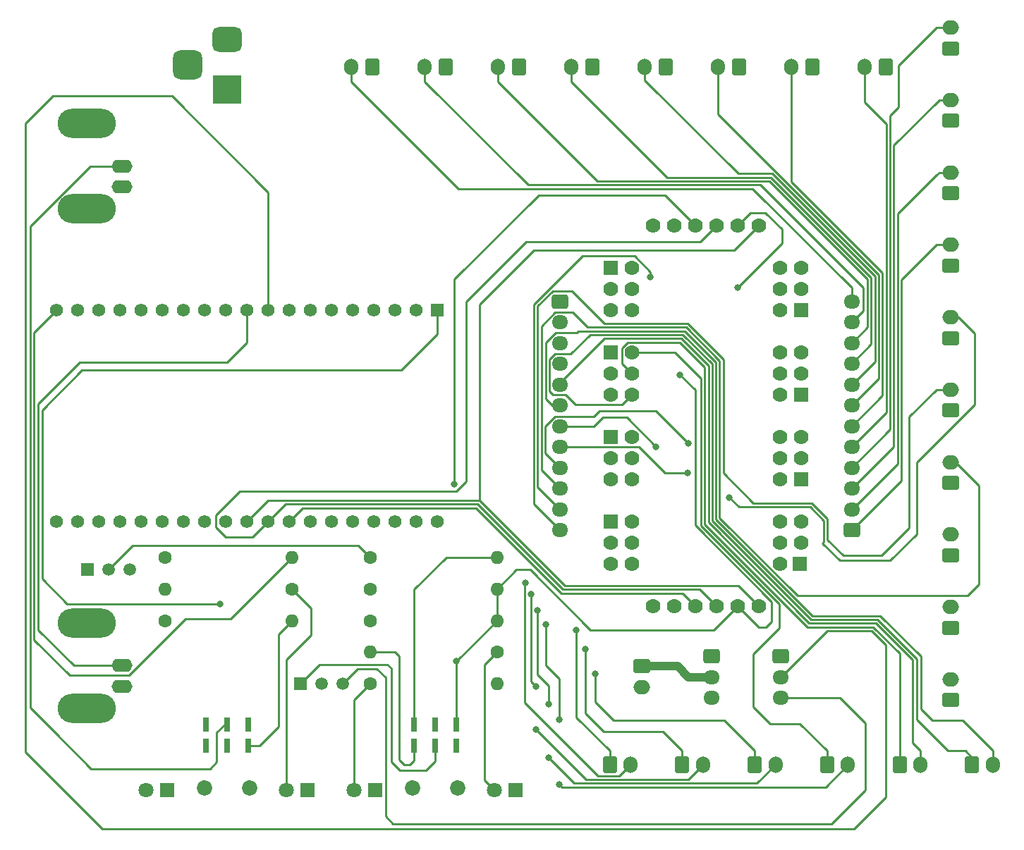
<source format=gbr>
%TF.GenerationSoftware,KiCad,Pcbnew,(6.0.4)*%
%TF.CreationDate,2023-06-02T21:22:22+02:00*%
%TF.ProjectId,LED-Zappelin-V2,4c45442d-5a61-4707-9065-6c696e2d5632,rev?*%
%TF.SameCoordinates,Original*%
%TF.FileFunction,Copper,L1,Top*%
%TF.FilePolarity,Positive*%
%FSLAX46Y46*%
G04 Gerber Fmt 4.6, Leading zero omitted, Abs format (unit mm)*
G04 Created by KiCad (PCBNEW (6.0.4)) date 2023-06-02 21:22:22*
%MOMM*%
%LPD*%
G01*
G04 APERTURE LIST*
G04 Aperture macros list*
%AMRoundRect*
0 Rectangle with rounded corners*
0 $1 Rounding radius*
0 $2 $3 $4 $5 $6 $7 $8 $9 X,Y pos of 4 corners*
0 Add a 4 corners polygon primitive as box body*
4,1,4,$2,$3,$4,$5,$6,$7,$8,$9,$2,$3,0*
0 Add four circle primitives for the rounded corners*
1,1,$1+$1,$2,$3*
1,1,$1+$1,$4,$5*
1,1,$1+$1,$6,$7*
1,1,$1+$1,$8,$9*
0 Add four rect primitives between the rounded corners*
20,1,$1+$1,$2,$3,$4,$5,0*
20,1,$1+$1,$4,$5,$6,$7,0*
20,1,$1+$1,$6,$7,$8,$9,0*
20,1,$1+$1,$8,$9,$2,$3,0*%
G04 Aperture macros list end*
%TA.AperFunction,ComponentPad*%
%ADD10R,0.750000X1.750000*%
%TD*%
%TA.AperFunction,ComponentPad*%
%ADD11C,1.850000*%
%TD*%
%TA.AperFunction,ComponentPad*%
%ADD12C,1.600000*%
%TD*%
%TA.AperFunction,ComponentPad*%
%ADD13O,1.600000X1.600000*%
%TD*%
%TA.AperFunction,ComponentPad*%
%ADD14RoundRect,0.250000X0.600000X0.750000X-0.600000X0.750000X-0.600000X-0.750000X0.600000X-0.750000X0*%
%TD*%
%TA.AperFunction,ComponentPad*%
%ADD15O,1.700000X2.000000*%
%TD*%
%TA.AperFunction,ComponentPad*%
%ADD16RoundRect,0.250000X-0.750000X0.600000X-0.750000X-0.600000X0.750000X-0.600000X0.750000X0.600000X0*%
%TD*%
%TA.AperFunction,ComponentPad*%
%ADD17O,2.000000X1.700000*%
%TD*%
%TA.AperFunction,ComponentPad*%
%ADD18R,1.500000X1.500000*%
%TD*%
%TA.AperFunction,ComponentPad*%
%ADD19C,1.500000*%
%TD*%
%TA.AperFunction,ComponentPad*%
%ADD20O,2.499360X1.600200*%
%TD*%
%TA.AperFunction,ComponentPad*%
%ADD21O,7.000240X3.500120*%
%TD*%
%TA.AperFunction,ComponentPad*%
%ADD22RoundRect,0.250000X-0.600000X-0.750000X0.600000X-0.750000X0.600000X0.750000X-0.600000X0.750000X0*%
%TD*%
%TA.AperFunction,ComponentPad*%
%ADD23RoundRect,0.250000X-0.725000X0.600000X-0.725000X-0.600000X0.725000X-0.600000X0.725000X0.600000X0*%
%TD*%
%TA.AperFunction,ComponentPad*%
%ADD24O,1.950000X1.700000*%
%TD*%
%TA.AperFunction,ComponentPad*%
%ADD25R,3.500000X3.500000*%
%TD*%
%TA.AperFunction,ComponentPad*%
%ADD26RoundRect,0.750000X-1.000000X0.750000X-1.000000X-0.750000X1.000000X-0.750000X1.000000X0.750000X0*%
%TD*%
%TA.AperFunction,ComponentPad*%
%ADD27RoundRect,0.875000X-0.875000X0.875000X-0.875000X-0.875000X0.875000X-0.875000X0.875000X0.875000X0*%
%TD*%
%TA.AperFunction,ComponentPad*%
%ADD28RoundRect,0.250000X0.750000X-0.600000X0.750000X0.600000X-0.750000X0.600000X-0.750000X-0.600000X0*%
%TD*%
%TA.AperFunction,ComponentPad*%
%ADD29RoundRect,0.250000X0.725000X-0.600000X0.725000X0.600000X-0.725000X0.600000X-0.725000X-0.600000X0*%
%TD*%
%TA.AperFunction,ComponentPad*%
%ADD30R,1.800000X1.800000*%
%TD*%
%TA.AperFunction,ComponentPad*%
%ADD31C,1.800000*%
%TD*%
%TA.AperFunction,ComponentPad*%
%ADD32R,1.560000X1.560000*%
%TD*%
%TA.AperFunction,ComponentPad*%
%ADD33C,1.560000*%
%TD*%
%TA.AperFunction,ComponentPad*%
%ADD34C,1.778000*%
%TD*%
%TA.AperFunction,ComponentPad*%
%ADD35R,1.778000X1.778000*%
%TD*%
%TA.AperFunction,ViaPad*%
%ADD36C,0.800000*%
%TD*%
%TA.AperFunction,Conductor*%
%ADD37C,0.250000*%
%TD*%
%TA.AperFunction,Conductor*%
%ADD38C,1.000000*%
%TD*%
G04 APERTURE END LIST*
D10*
%TO.P,SW2,1,A*%
%TO.N,Net-(R4-Pad2)*%
X106660000Y-129830000D03*
%TO.P,SW2,2,B*%
%TO.N,Net-(Q2-Pad2)*%
X109200000Y-129830000D03*
%TO.P,SW2,3,C*%
%TO.N,OE*%
X111740000Y-129830000D03*
%TO.P,SW2,4,A*%
%TO.N,Net-(R5-Pad2)*%
X106660000Y-132370000D03*
%TO.P,SW2,5,B*%
%TO.N,Net-(Q2-Pad1)*%
X109200000Y-132370000D03*
%TO.P,SW2,6,C*%
%TO.N,Net-(R6-Pad2)*%
X111740000Y-132370000D03*
D11*
%TO.P,SW2,7*%
%TO.N,N/C*%
X106500000Y-137450000D03*
%TO.P,SW2,8*%
X111900000Y-137450000D03*
%TD*%
D12*
%TO.P,R2,1*%
%TO.N,Net-(D2-Pad2)*%
X92020000Y-113550000D03*
D13*
%TO.P,R2,2*%
%TO.N,Net-(SW1-Pad4)*%
X76780000Y-113550000D03*
%TD*%
D14*
%TO.P,J23,1,Pin_1*%
%TO.N,TLC 23*%
X101650000Y-50850000D03*
D15*
%TO.P,J23,2,Pin_2*%
%TO.N,Net-(J23-Pad2)*%
X99150000Y-50850000D03*
%TD*%
D16*
%TO.P,J29,1,Pin_1*%
%TO.N,VCC*%
X134000000Y-122850000D03*
D17*
%TO.P,J29,2,Pin_2*%
%TO.N,GNDREF*%
X134000000Y-125350000D03*
%TD*%
D18*
%TO.P,Q1,1,E*%
%TO.N,GNDREF*%
X67450000Y-111200000D03*
D19*
%TO.P,Q1,2,B*%
%TO.N,Net-(Q1-Pad2)*%
X69990000Y-111200000D03*
%TO.P,Q1,3,C*%
%TO.N,OE*%
X72530000Y-111200000D03*
%TD*%
D12*
%TO.P,R1,1*%
%TO.N,Net-(D1-Pad2)*%
X76780000Y-117350000D03*
D13*
%TO.P,R1,2*%
%TO.N,Net-(SW1-Pad6)*%
X92020000Y-117350000D03*
%TD*%
D20*
%TO.P,J24,1,In*%
%TO.N,Trigger*%
X71601260Y-122750000D03*
D21*
%TO.P,J24,2,Ext*%
%TO.N,GNDREF*%
X67336600Y-127847780D03*
D20*
X71601260Y-125249360D03*
D21*
X67336600Y-117649680D03*
%TD*%
D20*
%TO.P,J25,1,In*%
%TO.N,Net-(SW1-Pad2)*%
X71601260Y-62750000D03*
D21*
%TO.P,J25,2,Ext*%
%TO.N,GNDREF*%
X67336600Y-57649680D03*
D20*
X71601260Y-65249360D03*
D21*
X67336600Y-67847780D03*
%TD*%
D18*
%TO.P,Q2,1,E*%
%TO.N,Net-(Q2-Pad1)*%
X93000000Y-124900000D03*
D19*
%TO.P,Q2,2,B*%
%TO.N,Net-(Q2-Pad2)*%
X95540000Y-124900000D03*
%TO.P,Q2,3,C*%
%TO.N,3.3V*%
X98080000Y-124900000D03*
%TD*%
D14*
%TO.P,J17,1,Pin_1*%
%TO.N,TLC 17*%
X154450000Y-50850000D03*
D15*
%TO.P,J17,2,Pin_2*%
%TO.N,Net-(J17-Pad2)*%
X151950000Y-50850000D03*
%TD*%
D22*
%TO.P,J3,1,Pin_1*%
%TO.N,TLC 03*%
X156250000Y-134650000D03*
D15*
%TO.P,J3,2,Pin_2*%
%TO.N,Net-(J27-Pad4)*%
X158750000Y-134650000D03*
%TD*%
D23*
%TO.P,SW3,1,1*%
%TO.N,Net-(J30-Pad1)*%
X142400000Y-121650000D03*
D24*
%TO.P,SW3,2,2*%
%TO.N,VCC*%
X142400000Y-124150000D03*
%TO.P,SW3,3,K*%
%TO.N,GNDREF*%
X142400000Y-126650000D03*
%TD*%
D14*
%TO.P,J22,1,Pin_1*%
%TO.N,TLC 22*%
X110450000Y-50850000D03*
D15*
%TO.P,J22,2,Pin_2*%
%TO.N,Net-(J22-Pad2)*%
X107950000Y-50850000D03*
%TD*%
D25*
%TO.P,J30,1*%
%TO.N,Net-(J30-Pad1)*%
X84200000Y-53550000D03*
D26*
%TO.P,J30,2*%
%TO.N,GNDREF*%
X84200000Y-47550000D03*
D27*
%TO.P,J30,3*%
X79500000Y-50550000D03*
%TD*%
D28*
%TO.P,J7,1,Pin_1*%
%TO.N,TLC 07*%
X171100000Y-118200000D03*
D17*
%TO.P,J7,2,Pin_2*%
%TO.N,Net-(J27-Pad8)*%
X171100000Y-115700000D03*
%TD*%
D28*
%TO.P,J10,1,Pin_1*%
%TO.N,TLC 10*%
X171100000Y-92100000D03*
D17*
%TO.P,J10,2,Pin_2*%
%TO.N,Net-(J10-Pad2)*%
X171100000Y-89600000D03*
%TD*%
D22*
%TO.P,J1,1,Pin_1*%
%TO.N,TLC 01*%
X138850000Y-134650000D03*
D15*
%TO.P,J1,2,Pin_2*%
%TO.N,Net-(J1-Pad2)*%
X141350000Y-134650000D03*
%TD*%
D28*
%TO.P,J15,1,Pin_1*%
%TO.N,TLC 15*%
X171100000Y-48600000D03*
D17*
%TO.P,J15,2,Pin_2*%
%TO.N,Net-(J15-Pad2)*%
X171100000Y-46100000D03*
%TD*%
D22*
%TO.P,J2,1,Pin_1*%
%TO.N,TLC 02*%
X147550000Y-134650000D03*
D15*
%TO.P,J2,2,Pin_2*%
%TO.N,Net-(J2-Pad2)*%
X150050000Y-134650000D03*
%TD*%
D10*
%TO.P,SW1,1,A*%
%TO.N,unconnected-(SW1-Pad1)*%
X81660000Y-129830000D03*
%TO.P,SW1,2,B*%
%TO.N,Net-(SW1-Pad2)*%
X84200000Y-129830000D03*
%TO.P,SW1,3,C*%
%TO.N,Net-(Q2-Pad2)*%
X86740000Y-129830000D03*
%TO.P,SW1,4,A*%
%TO.N,Net-(SW1-Pad4)*%
X81660000Y-132370000D03*
%TO.P,SW1,5,B*%
%TO.N,3.3V*%
X84200000Y-132370000D03*
%TO.P,SW1,6,C*%
%TO.N,Net-(SW1-Pad6)*%
X86740000Y-132370000D03*
D11*
%TO.P,SW1,7*%
%TO.N,N/C*%
X81500000Y-137450000D03*
%TO.P,SW1,8*%
X86900000Y-137450000D03*
%TD*%
D28*
%TO.P,J6,1,Pin_1*%
%TO.N,TLC 06*%
X171100000Y-126900000D03*
D17*
%TO.P,J6,2,Pin_2*%
%TO.N,Net-(J27-Pad7)*%
X171100000Y-124400000D03*
%TD*%
D14*
%TO.P,J18,1,Pin_1*%
%TO.N,TLC 18*%
X145650000Y-50850000D03*
D15*
%TO.P,J18,2,Pin_2*%
%TO.N,Net-(J18-Pad2)*%
X143150000Y-50850000D03*
%TD*%
D22*
%TO.P,J5,1,Pin_1*%
%TO.N,TLC 05*%
X173650000Y-134650000D03*
D15*
%TO.P,J5,2,Pin_2*%
%TO.N,Net-(J27-Pad6)*%
X176150000Y-134650000D03*
%TD*%
D29*
%TO.P,J28,1,Pin_1*%
%TO.N,Net-(J12-Pad2)*%
X159200000Y-106500000D03*
D24*
%TO.P,J28,2,Pin_2*%
%TO.N,Net-(J13-Pad2)*%
X159200000Y-104000000D03*
%TO.P,J28,3,Pin_3*%
%TO.N,Net-(J14-Pad2)*%
X159200000Y-101500000D03*
%TO.P,J28,4,Pin_4*%
%TO.N,Net-(J15-Pad2)*%
X159200000Y-99000000D03*
%TO.P,J28,5,Pin_5*%
%TO.N,Net-(J16-Pad2)*%
X159200000Y-96500000D03*
%TO.P,J28,6,Pin_6*%
%TO.N,Net-(J17-Pad2)*%
X159200000Y-94000000D03*
%TO.P,J28,7,Pin_7*%
%TO.N,Net-(J18-Pad2)*%
X159200000Y-91500000D03*
%TO.P,J28,8,Pin_8*%
%TO.N,Net-(J19-Pad2)*%
X159200000Y-89000000D03*
%TO.P,J28,9,Pin_9*%
%TO.N,Net-(J20-Pad2)*%
X159200000Y-86500000D03*
%TO.P,J28,10,Pin_10*%
%TO.N,Net-(J21-Pad2)*%
X159200000Y-84000000D03*
%TO.P,J28,11,Pin_11*%
%TO.N,Net-(J22-Pad2)*%
X159200000Y-81500000D03*
%TO.P,J28,12,Pin_12*%
%TO.N,Net-(J23-Pad2)*%
X159200000Y-79000000D03*
%TD*%
D22*
%TO.P,J0,1,Pin_1*%
%TO.N,TLC 00*%
X130150000Y-134650000D03*
D15*
%TO.P,J0,2,Pin_2*%
%TO.N,Net-(J0-Pad2)*%
X132650000Y-134650000D03*
%TD*%
D14*
%TO.P,J16,1,Pin_1*%
%TO.N,TLC 16*%
X163250000Y-50850000D03*
D15*
%TO.P,J16,2,Pin_2*%
%TO.N,Net-(J16-Pad2)*%
X160750000Y-50850000D03*
%TD*%
D30*
%TO.P,D1,1,K*%
%TO.N,GNDREF*%
X77000000Y-137750000D03*
D31*
%TO.P,D1,2,A*%
%TO.N,Net-(D1-Pad2)*%
X74460000Y-137750000D03*
%TD*%
D12*
%TO.P,R7,1*%
%TO.N,Net-(R7-Pad1)*%
X101380000Y-113550000D03*
D13*
%TO.P,R7,2*%
%TO.N,OE*%
X116620000Y-113550000D03*
%TD*%
D28*
%TO.P,J11,1,Pin_1*%
%TO.N,TLC 11*%
X171100000Y-83400000D03*
D17*
%TO.P,J11,2,Pin_2*%
%TO.N,Net-(J11-Pad2)*%
X171100000Y-80900000D03*
%TD*%
D32*
%TO.P,U1,1,3V3*%
%TO.N,3.3V*%
X109460000Y-80050000D03*
D33*
%TO.P,U1,2,EN*%
%TO.N,unconnected-(U1-Pad2)*%
X106920000Y-80050000D03*
%TO.P,U1,3,SENSOR_VP*%
%TO.N,unconnected-(U1-Pad3)*%
X104380000Y-80050000D03*
%TO.P,U1,4,SENSOR_VN*%
%TO.N,unconnected-(U1-Pad4)*%
X101840000Y-80050000D03*
%TO.P,U1,5,IO34*%
%TO.N,unconnected-(U1-Pad5)*%
X99300000Y-80050000D03*
%TO.P,U1,6,IO35*%
%TO.N,unconnected-(U1-Pad6)*%
X96760000Y-80050000D03*
%TO.P,U1,7,IO32*%
%TO.N,unconnected-(U1-Pad7)*%
X94220000Y-80050000D03*
%TO.P,U1,8,IO33*%
%TO.N,unconnected-(U1-Pad8)*%
X91680000Y-80050000D03*
%TO.P,U1,9,IO25*%
%TO.N,NeoPixel*%
X89140000Y-80050000D03*
%TO.P,U1,10,IO26*%
%TO.N,Trigger*%
X86600000Y-80050000D03*
%TO.P,U1,11,IO27*%
%TO.N,unconnected-(U1-Pad11)*%
X84060000Y-80050000D03*
%TO.P,U1,12,IO14*%
%TO.N,unconnected-(U1-Pad12)*%
X81520000Y-80050000D03*
%TO.P,U1,13,IO12*%
%TO.N,unconnected-(U1-Pad13)*%
X78980000Y-80050000D03*
%TO.P,U1,14,GND1*%
%TO.N,GNDREF*%
X76440000Y-80050000D03*
%TO.P,U1,15,IO13*%
%TO.N,unconnected-(U1-Pad15)*%
X73900000Y-80050000D03*
%TO.P,U1,16,SD2*%
%TO.N,unconnected-(U1-Pad16)*%
X71360000Y-80050000D03*
%TO.P,U1,17,SD3*%
%TO.N,unconnected-(U1-Pad17)*%
X68820000Y-80050000D03*
%TO.P,U1,18,CMD*%
%TO.N,unconnected-(U1-Pad18)*%
X66280000Y-80050000D03*
%TO.P,U1,19,EXT_5V*%
%TO.N,5V*%
X63740000Y-80050000D03*
%TO.P,U1,20,GND3*%
%TO.N,GNDREF*%
X109460000Y-105450000D03*
%TO.P,U1,21,IO23*%
%TO.N,MOSI*%
X106920000Y-105450000D03*
%TO.P,U1,22,IO22*%
%TO.N,unconnected-(U1-Pad22)*%
X104380000Y-105450000D03*
%TO.P,U1,23,TXD0*%
%TO.N,unconnected-(U1-Pad23)*%
X101840000Y-105450000D03*
%TO.P,U1,24,RXD0*%
%TO.N,unconnected-(U1-Pad24)*%
X99300000Y-105450000D03*
%TO.P,U1,25,IO21*%
%TO.N,unconnected-(U1-Pad25)*%
X96760000Y-105450000D03*
%TO.P,U1,26,GND2*%
%TO.N,GNDREF*%
X94220000Y-105450000D03*
%TO.P,U1,27,IO19*%
%TO.N,MISO*%
X91680000Y-105450000D03*
%TO.P,U1,28,IO18*%
%TO.N,CLK*%
X89140000Y-105450000D03*
%TO.P,U1,29,IO5*%
%TO.N,Latch*%
X86600000Y-105450000D03*
%TO.P,U1,30,IO17*%
%TO.N,Net-(R7-Pad1)*%
X84060000Y-105450000D03*
%TO.P,U1,31,IO16*%
%TO.N,unconnected-(U1-Pad31)*%
X81520000Y-105450000D03*
%TO.P,U1,32,IO4*%
%TO.N,unconnected-(U1-Pad32)*%
X78980000Y-105450000D03*
%TO.P,U1,33,IO0*%
%TO.N,unconnected-(U1-Pad33)*%
X76440000Y-105450000D03*
%TO.P,U1,34,IO2*%
%TO.N,unconnected-(U1-Pad34)*%
X73900000Y-105450000D03*
%TO.P,U1,35,IO15*%
%TO.N,unconnected-(U1-Pad35)*%
X71360000Y-105450000D03*
%TO.P,U1,36,SD1*%
%TO.N,unconnected-(U1-Pad36)*%
X68820000Y-105450000D03*
%TO.P,U1,37,SD0*%
%TO.N,unconnected-(U1-Pad37)*%
X66280000Y-105450000D03*
%TO.P,U1,38,CLK*%
%TO.N,unconnected-(U1-Pad38)*%
X63740000Y-105450000D03*
%TD*%
D28*
%TO.P,J12,1,Pin_1*%
%TO.N,TLC 12*%
X171100000Y-74700000D03*
D17*
%TO.P,J12,2,Pin_2*%
%TO.N,Net-(J12-Pad2)*%
X171100000Y-72200000D03*
%TD*%
D14*
%TO.P,J20,1,Pin_1*%
%TO.N,TLC 20*%
X128050000Y-50850000D03*
D15*
%TO.P,J20,2,Pin_2*%
%TO.N,Net-(J20-Pad2)*%
X125550000Y-50850000D03*
%TD*%
D12*
%TO.P,R3,1*%
%TO.N,OE*%
X76800000Y-109750000D03*
D13*
%TO.P,R3,2*%
%TO.N,5V*%
X92040000Y-109750000D03*
%TD*%
D12*
%TO.P,R6,1*%
%TO.N,Net-(D4-Pad2)*%
X101380000Y-124950000D03*
D13*
%TO.P,R6,2*%
%TO.N,Net-(R6-Pad2)*%
X116620000Y-124950000D03*
%TD*%
D30*
%TO.P,D2,1,K*%
%TO.N,GNDREF*%
X93875000Y-137750000D03*
D31*
%TO.P,D2,2,A*%
%TO.N,Net-(D2-Pad2)*%
X91335000Y-137750000D03*
%TD*%
D28*
%TO.P,J9,1,Pin_1*%
%TO.N,TLC 09*%
X171100000Y-100800000D03*
D17*
%TO.P,J9,2,Pin_2*%
%TO.N,Net-(J27-Pad10)*%
X171100000Y-98300000D03*
%TD*%
D14*
%TO.P,J19,1,Pin_1*%
%TO.N,TLC 19*%
X136850000Y-50850000D03*
D15*
%TO.P,J19,2,Pin_2*%
%TO.N,Net-(J19-Pad2)*%
X134350000Y-50850000D03*
%TD*%
D30*
%TO.P,D4,1,K*%
%TO.N,GNDREF*%
X102000000Y-137750000D03*
D31*
%TO.P,D4,2,A*%
%TO.N,Net-(D4-Pad2)*%
X99460000Y-137750000D03*
%TD*%
D14*
%TO.P,J21,1,Pin_1*%
%TO.N,TLC 21*%
X119250000Y-50850000D03*
D15*
%TO.P,J21,2,Pin_2*%
%TO.N,Net-(J21-Pad2)*%
X116750000Y-50850000D03*
%TD*%
D23*
%TO.P,J27,1,Pin_1*%
%TO.N,Net-(J0-Pad2)*%
X124200000Y-79000000D03*
D24*
%TO.P,J27,2,Pin_2*%
%TO.N,Net-(J1-Pad2)*%
X124200000Y-81500000D03*
%TO.P,J27,3,Pin_3*%
%TO.N,Net-(J2-Pad2)*%
X124200000Y-84000000D03*
%TO.P,J27,4,Pin_4*%
%TO.N,Net-(J27-Pad4)*%
X124200000Y-86500000D03*
%TO.P,J27,5,Pin_5*%
%TO.N,Net-(J27-Pad5)*%
X124200000Y-89000000D03*
%TO.P,J27,6,Pin_6*%
%TO.N,Net-(J27-Pad6)*%
X124200000Y-91500000D03*
%TO.P,J27,7,Pin_7*%
%TO.N,Net-(J27-Pad7)*%
X124200000Y-94000000D03*
%TO.P,J27,8,Pin_8*%
%TO.N,Net-(J27-Pad8)*%
X124200000Y-96500000D03*
%TO.P,J27,9,Pin_9*%
%TO.N,Net-(J27-Pad9)*%
X124200000Y-99000000D03*
%TO.P,J27,10,Pin_10*%
%TO.N,Net-(J27-Pad10)*%
X124200000Y-101500000D03*
%TO.P,J27,11,Pin_11*%
%TO.N,Net-(J10-Pad2)*%
X124200000Y-104000000D03*
%TO.P,J27,12,Pin_12*%
%TO.N,Net-(J11-Pad2)*%
X124200000Y-106500000D03*
%TD*%
D12*
%TO.P,R4,1*%
%TO.N,Net-(Q1-Pad2)*%
X101380000Y-109750000D03*
D13*
%TO.P,R4,2*%
%TO.N,Net-(R4-Pad2)*%
X116620000Y-109750000D03*
%TD*%
D28*
%TO.P,J13,1,Pin_1*%
%TO.N,TLC 13*%
X171100000Y-66000000D03*
D17*
%TO.P,J13,2,Pin_2*%
%TO.N,Net-(J13-Pad2)*%
X171100000Y-63500000D03*
%TD*%
D23*
%TO.P,J26,1,Pin_1*%
%TO.N,GNDREF*%
X150700000Y-121650000D03*
D24*
%TO.P,J26,2,Pin_2*%
%TO.N,NeoPixel*%
X150700000Y-124150000D03*
%TO.P,J26,3,Pin_3*%
%TO.N,3.3V*%
X150700000Y-126650000D03*
%TD*%
D34*
%TO.P,U2,1,GND*%
%TO.N,GNDREF*%
X137890000Y-115610000D03*
X137880000Y-69890000D03*
%TO.P,U2,2,BLANK*%
%TO.N,OE*%
X145510000Y-115610000D03*
X145510000Y-69890000D03*
%TO.P,U2,3,SCLK*%
%TO.N,CLK*%
X142970000Y-115610000D03*
X142970000Y-69890000D03*
%TO.P,U2,4,SIN*%
%TO.N,MOSI*%
X140430000Y-69890000D03*
%TO.P,U2,5,OUT0*%
%TO.N,TLC 00*%
X132810000Y-74970000D03*
%TO.P,U2,6,OUT1*%
%TO.N,TLC 01*%
X132810000Y-77510000D03*
%TO.P,U2,7,OUT2*%
%TO.N,TLC 02*%
X132810000Y-80050000D03*
%TO.P,U2,8,OUT3*%
%TO.N,TLC 03*%
X132810000Y-85130000D03*
%TO.P,U2,9,OUT4*%
%TO.N,TLC 04*%
X132810000Y-87670000D03*
%TO.P,U2,10,OUT5*%
%TO.N,TLC 05*%
X132810000Y-90210000D03*
%TO.P,U2,11,OUT6*%
%TO.N,TLC 06*%
X132810000Y-95290000D03*
%TO.P,U2,12,OUT7*%
%TO.N,TLC 07*%
X132810000Y-97830000D03*
%TO.P,U2,13,OUT8*%
%TO.N,TLC 08*%
X132810000Y-100370000D03*
%TO.P,U2,14,OUT9*%
%TO.N,TLC 09*%
X132810000Y-105450000D03*
%TO.P,U2,15,OUT10*%
%TO.N,TLC 10*%
X132810000Y-107990000D03*
%TO.P,U2,16,OUT11*%
%TO.N,TLC 11*%
X132810000Y-110530000D03*
%TO.P,U2,17,OUT12*%
%TO.N,TLC 12*%
X150590000Y-110530000D03*
%TO.P,U2,18,OUT13*%
%TO.N,TLC 13*%
X150590000Y-107990000D03*
%TO.P,U2,19,OUT14*%
%TO.N,TLC 14*%
X150590000Y-105450000D03*
%TO.P,U2,20,OUT15*%
%TO.N,TLC 15*%
X150590000Y-100370000D03*
%TO.P,U2,21,OUT16*%
%TO.N,TLC 16*%
X150590000Y-97830000D03*
%TO.P,U2,22,OUT17*%
%TO.N,TLC 17*%
X150590000Y-95290000D03*
%TO.P,U2,23,OUT18*%
%TO.N,TLC 18*%
X150590000Y-90210000D03*
%TO.P,U2,24,OUT19*%
%TO.N,TLC 19*%
X150590000Y-87670000D03*
%TO.P,U2,25,OUT20*%
%TO.N,TLC 20*%
X150590000Y-85130000D03*
%TO.P,U2,26,OUT21*%
%TO.N,TLC 21*%
X150590000Y-80050000D03*
%TO.P,U2,27,OUT22*%
%TO.N,TLC 22*%
X150590000Y-77510000D03*
%TO.P,U2,28,OUT23*%
%TO.N,TLC 23*%
X150590000Y-74970000D03*
%TO.P,U2,29,SOUT*%
%TO.N,MISO*%
X140430000Y-115610000D03*
%TO.P,U2,30,XLAT*%
%TO.N,Latch*%
X148050000Y-69890000D03*
X148050000Y-115610000D03*
%TO.P,U2,32,VCC*%
%TO.N,VCC*%
X130270000Y-110530000D03*
D35*
X130270000Y-95290000D03*
D34*
X153130000Y-87670000D03*
X130270000Y-100370000D03*
D35*
X153130000Y-80050000D03*
D34*
X153130000Y-95290000D03*
X130270000Y-90210000D03*
X153130000Y-97830000D03*
X153130000Y-74970000D03*
D35*
X153130000Y-100370000D03*
D34*
X135350000Y-115610000D03*
D35*
X153130000Y-90210000D03*
D34*
X153130000Y-105450000D03*
X130270000Y-107990000D03*
D35*
X153000000Y-110530000D03*
D34*
X153130000Y-107990000D03*
X130270000Y-77510000D03*
X130270000Y-80050000D03*
X153130000Y-85130000D03*
D35*
X130270000Y-85130000D03*
D34*
X135360000Y-69890000D03*
D35*
X130270000Y-105450000D03*
D34*
X153130000Y-77510000D03*
X130270000Y-87670000D03*
X130270000Y-97830000D03*
D35*
X130270000Y-74970000D03*
%TD*%
D12*
%TO.P,R8,1*%
%TO.N,GNDREF*%
X101380000Y-117350000D03*
D13*
%TO.P,R8,2*%
%TO.N,OE*%
X116620000Y-117350000D03*
%TD*%
D28*
%TO.P,J14,1,Pin_1*%
%TO.N,TLC 14*%
X171100000Y-57300000D03*
D17*
%TO.P,J14,2,Pin_2*%
%TO.N,Net-(J14-Pad2)*%
X171100000Y-54800000D03*
%TD*%
D22*
%TO.P,J4,1,Pin_1*%
%TO.N,TLC 04*%
X164950000Y-134650000D03*
D15*
%TO.P,J4,2,Pin_2*%
%TO.N,Net-(J27-Pad5)*%
X167450000Y-134650000D03*
%TD*%
D28*
%TO.P,J8,1,Pin_1*%
%TO.N,TLC 08*%
X171100000Y-109500000D03*
D17*
%TO.P,J8,2,Pin_2*%
%TO.N,Net-(J27-Pad9)*%
X171100000Y-107000000D03*
%TD*%
D12*
%TO.P,R5,1*%
%TO.N,Net-(D3-Pad2)*%
X116600000Y-121150000D03*
D13*
%TO.P,R5,2*%
%TO.N,Net-(R5-Pad2)*%
X101360000Y-121150000D03*
%TD*%
D30*
%TO.P,D3,1,K*%
%TO.N,GNDREF*%
X118875000Y-137750000D03*
D31*
%TO.P,D3,2,A*%
%TO.N,Net-(D3-Pad2)*%
X116335000Y-137750000D03*
%TD*%
D36*
%TO.N,TLC 00*%
X126100000Y-118450000D03*
%TO.N,TLC 01*%
X127200000Y-120750000D03*
%TO.N,TLC 02*%
X128400000Y-123750000D03*
%TO.N,Net-(J27-Pad4)*%
X122500000Y-117850000D03*
X124100000Y-129250000D03*
X124100000Y-137050000D03*
%TO.N,Net-(J27-Pad7)*%
X135700000Y-96450000D03*
%TO.N,Net-(J27-Pad8)*%
X139500000Y-99650000D03*
%TO.N,Net-(J27-Pad9)*%
X139600000Y-96050000D03*
%TO.N,3.3V*%
X83400000Y-115350000D03*
%TO.N,Net-(J0-Pad2)*%
X120000000Y-112850000D03*
%TO.N,OE*%
X138600000Y-87850000D03*
X111760000Y-122210000D03*
X145500000Y-77350000D03*
%TO.N,Net-(J1-Pad2)*%
X121300000Y-130450000D03*
X120700000Y-114150000D03*
X121300000Y-125250000D03*
%TO.N,Net-(J2-Pad2)*%
X122800000Y-133850000D03*
X122800000Y-127350000D03*
X121500000Y-116150000D03*
%TO.N,Net-(J11-Pad2)*%
X135000000Y-76050000D03*
X144500000Y-102550000D03*
%TO.N,MOSI*%
X111500000Y-100950000D03*
%TD*%
D37*
%TO.N,Net-(D2-Pad2)*%
X94300000Y-115830000D02*
X94300000Y-119070000D01*
X92020000Y-113550000D02*
X94300000Y-115830000D01*
X91335000Y-137750000D02*
X91335000Y-122035000D01*
X91335000Y-122035000D02*
X94300000Y-119070000D01*
%TO.N,Net-(D3-Pad2)*%
X116600000Y-121150000D02*
X115100000Y-122650000D01*
X115100000Y-136515000D02*
X115100000Y-136150000D01*
X116335000Y-137750000D02*
X115100000Y-136515000D01*
X115100000Y-122650000D02*
X115100000Y-136150000D01*
%TO.N,Net-(D4-Pad2)*%
X99460000Y-137750000D02*
X99460000Y-126870000D01*
X99460000Y-126870000D02*
X101380000Y-124950000D01*
%TO.N,TLC 00*%
X126100000Y-128950000D02*
X130150000Y-133000000D01*
X126100000Y-118450000D02*
X126100000Y-128950000D01*
X130150000Y-133000000D02*
X130150000Y-134650000D01*
%TO.N,TLC 01*%
X127200000Y-128450000D02*
X127200000Y-120750000D01*
X129400000Y-130650000D02*
X127200000Y-128450000D01*
X136500000Y-130650000D02*
X138850000Y-133000000D01*
X138850000Y-133000000D02*
X138850000Y-134650000D01*
X136500000Y-130650000D02*
X129400000Y-130650000D01*
%TO.N,TLC 02*%
X143900000Y-129350000D02*
X147550000Y-133000000D01*
X128400000Y-123750000D02*
X128400000Y-127150000D01*
X128400000Y-127150000D02*
X130600000Y-129350000D01*
X147550000Y-133000000D02*
X147550000Y-134650000D01*
X130600000Y-129350000D02*
X143900000Y-129350000D01*
%TO.N,TLC 03*%
X137980000Y-85130000D02*
X132810000Y-85130000D01*
X150500000Y-115350000D02*
X141100000Y-105950000D01*
X141100000Y-105950000D02*
X141100000Y-88250000D01*
X147400000Y-121350000D02*
X150500000Y-118250000D01*
X147400000Y-127750000D02*
X147400000Y-121350000D01*
X153000000Y-129750000D02*
X156250000Y-133000000D01*
X153000000Y-129750000D02*
X149400000Y-129750000D01*
X149400000Y-129750000D02*
X147400000Y-127750000D01*
X150500000Y-118250000D02*
X150500000Y-115350000D01*
X141100000Y-88250000D02*
X137980000Y-85130000D01*
X156250000Y-133000000D02*
X156250000Y-134650000D01*
%TO.N,Net-(J27-Pad4)*%
X124100000Y-137050000D02*
X124400000Y-137350000D01*
X124400000Y-137350000D02*
X156050000Y-137350000D01*
X124100000Y-129250000D02*
X124100000Y-124350000D01*
X122500000Y-122750000D02*
X122500000Y-117850000D01*
X156050000Y-137350000D02*
X158750000Y-134650000D01*
X124100000Y-124350000D02*
X122500000Y-122750000D01*
%TO.N,TLC 04*%
X141549520Y-105763802D02*
X153912843Y-118127124D01*
X132810000Y-87670000D02*
X131596489Y-86456489D01*
X138566489Y-83916489D02*
X141549520Y-86899520D01*
X131596489Y-84627346D02*
X132307346Y-83916489D01*
X141549520Y-86899520D02*
X141549520Y-105763802D01*
X153912843Y-118127124D02*
X161800000Y-118127124D01*
X132307346Y-83916489D02*
X138566489Y-83916489D01*
X161800000Y-118127124D02*
X164950000Y-121277124D01*
X164950000Y-121277124D02*
X164950000Y-134650000D01*
X131596489Y-86456489D02*
X131596489Y-84627346D01*
%TO.N,Net-(J27-Pad5)*%
X129506009Y-83466969D02*
X138752687Y-83466969D01*
X141999040Y-86713322D02*
X141999040Y-105577604D01*
X166500000Y-122085718D02*
X166500000Y-132050000D01*
X154099040Y-117677604D02*
X162091886Y-117677604D01*
X166500000Y-132050000D02*
X167450000Y-133000000D01*
X162091886Y-117677604D02*
X166500000Y-122085718D01*
X167450000Y-133000000D02*
X167450000Y-134650000D01*
X124200000Y-88772978D02*
X129506009Y-83466969D01*
X124200000Y-89000000D02*
X124200000Y-88772978D01*
X138752687Y-83466969D02*
X141999040Y-86713322D01*
X141999040Y-105577604D02*
X154099040Y-117677604D01*
%TO.N,TLC 05*%
X125475480Y-85325480D02*
X123588498Y-85325480D01*
X122900480Y-89750480D02*
X123324520Y-90174520D01*
X162278084Y-117228084D02*
X154285238Y-117228084D01*
X131596489Y-91423511D02*
X132810000Y-90210000D01*
X167000000Y-129250000D02*
X167000000Y-121950000D01*
X138938885Y-83017449D02*
X127783511Y-83017449D01*
X124824520Y-90174520D02*
X126073511Y-91423511D01*
X170750000Y-133000000D02*
X167000000Y-129250000D01*
X154285238Y-117228084D02*
X142448560Y-105391406D01*
X173650000Y-134650000D02*
X173650000Y-133800000D01*
X126073511Y-91423511D02*
X131596489Y-91423511D01*
X167000000Y-121950000D02*
X162278084Y-117228084D01*
X142448560Y-105391406D02*
X142448560Y-86527124D01*
X127783511Y-83017449D02*
X125475480Y-85325480D01*
X123588498Y-85325480D02*
X122900480Y-86013498D01*
X122900480Y-86013498D02*
X122900480Y-89750480D01*
X172850000Y-133000000D02*
X170750000Y-133000000D01*
X173650000Y-133800000D02*
X172850000Y-133000000D01*
X142448560Y-86527124D02*
X138938885Y-83017449D01*
X123324520Y-90174520D02*
X124824520Y-90174520D01*
%TO.N,Net-(J27-Pad6)*%
X139125083Y-82567929D02*
X142898080Y-86340927D01*
X123225000Y-91500000D02*
X122450960Y-90725960D01*
X167500000Y-127950000D02*
X168900000Y-129350000D01*
X126382071Y-82567929D02*
X139125083Y-82567929D01*
X122450960Y-83963018D02*
X123663978Y-82750000D01*
X122450960Y-90725960D02*
X122450960Y-83963018D01*
X154471436Y-116778564D02*
X162628564Y-116778564D01*
X162628564Y-116778564D02*
X167500000Y-121650000D01*
X172500000Y-129350000D02*
X176150000Y-133000000D01*
X176150000Y-134650000D02*
X176150000Y-133000000D01*
X168900000Y-129350000D02*
X172500000Y-129350000D01*
X123663978Y-82750000D02*
X126200000Y-82750000D01*
X124200000Y-91500000D02*
X123225000Y-91500000D01*
X126200000Y-82750000D02*
X126382071Y-82567929D01*
X142898080Y-86340927D02*
X142898080Y-105205208D01*
X167500000Y-121650000D02*
X167500000Y-127950000D01*
X142898080Y-105205208D02*
X154471436Y-116778564D01*
%TO.N,Net-(J27-Pad7)*%
X129300000Y-92950000D02*
X132200000Y-92950000D01*
X132200000Y-92950000D02*
X135700000Y-96450000D01*
X124200000Y-94000000D02*
X128250000Y-94000000D01*
X128250000Y-94000000D02*
X129300000Y-92950000D01*
%TO.N,Net-(J27-Pad8)*%
X136800000Y-99650000D02*
X133653511Y-96503511D01*
X124203511Y-96503511D02*
X124200000Y-96500000D01*
X133653511Y-96503511D02*
X124203511Y-96503511D01*
X139500000Y-99650000D02*
X136800000Y-99650000D01*
%TO.N,Net-(J27-Pad9)*%
X122400000Y-94013978D02*
X123588498Y-92825480D01*
X135700000Y-92150000D02*
X139600000Y-96050000D01*
X128224520Y-92825480D02*
X128900000Y-92150000D01*
X128900000Y-92150000D02*
X135700000Y-92150000D01*
X122400000Y-97200000D02*
X122400000Y-94013978D01*
X123588498Y-92825480D02*
X128224520Y-92825480D01*
X124200000Y-99000000D02*
X122400000Y-97200000D01*
%TO.N,Net-(J27-Pad10)*%
X143347600Y-86154730D02*
X143347600Y-105019010D01*
X171650000Y-98300000D02*
X171100000Y-98300000D01*
X124200000Y-101500000D02*
X121950480Y-99250480D01*
X121950480Y-99250480D02*
X121950480Y-81963498D01*
X174500000Y-101150000D02*
X171650000Y-98300000D01*
X123588498Y-80325480D02*
X125675480Y-80325480D01*
X139311281Y-82118409D02*
X143347600Y-86154730D01*
X127468409Y-82118409D02*
X139311281Y-82118409D01*
X174500000Y-112950000D02*
X174500000Y-101150000D01*
X173100000Y-114350000D02*
X174500000Y-112950000D01*
X125675480Y-80325480D02*
X127468409Y-82118409D01*
X152678590Y-114350000D02*
X173100000Y-114350000D01*
X121950480Y-81963498D02*
X123588498Y-80325480D01*
X143347600Y-105019010D02*
X152678590Y-114350000D01*
%TO.N,Net-(J18-Pad2)*%
X159200000Y-91500000D02*
X162449520Y-88250480D01*
X162449520Y-88250480D02*
X162449520Y-75792367D01*
X162449520Y-75792367D02*
X143150000Y-56492847D01*
X143150000Y-56492847D02*
X143150000Y-50850000D01*
%TO.N,Trigger*%
X84200000Y-86350000D02*
X86600000Y-83950000D01*
X61500000Y-118450000D02*
X61500000Y-91350000D01*
X66500000Y-86350000D02*
X84200000Y-86350000D01*
X86600000Y-83950000D02*
X86600000Y-80050000D01*
X65800000Y-122750000D02*
X61500000Y-118450000D01*
X71601260Y-122750000D02*
X65800000Y-122750000D01*
X61500000Y-91350000D02*
X66500000Y-86350000D01*
%TO.N,NeoPixel*%
X163300000Y-138550000D02*
X159500000Y-142350000D01*
X159500000Y-142350000D02*
X69200000Y-142350000D01*
X60000000Y-57650000D02*
X63300000Y-54350000D01*
X77600000Y-54350000D02*
X89140000Y-65890000D01*
X150700000Y-124150000D02*
X156273356Y-118576644D01*
X161613802Y-118576644D02*
X163300000Y-120262842D01*
X89140000Y-65890000D02*
X89140000Y-80050000D01*
X60000000Y-133150000D02*
X60000000Y-57650000D01*
X156273356Y-118576644D02*
X161613802Y-118576644D01*
X63300000Y-54350000D02*
X77600000Y-54350000D01*
X163300000Y-120262842D02*
X163300000Y-138550000D01*
X69200000Y-142350000D02*
X60000000Y-133150000D01*
%TO.N,3.3V*%
X104123533Y-141774511D02*
X156775489Y-141774511D01*
X98080000Y-124900000D02*
X99830000Y-123150000D01*
X99830000Y-123150000D02*
X102200000Y-123150000D01*
X160800000Y-129650000D02*
X157800000Y-126650000D01*
X157800000Y-126650000D02*
X150700000Y-126650000D01*
X66800000Y-87250000D02*
X62000000Y-92050000D01*
X62000000Y-112350000D02*
X65000000Y-115350000D01*
X109460000Y-82890000D02*
X105100000Y-87250000D01*
X62000000Y-92050000D02*
X62000000Y-112350000D01*
X65000000Y-115350000D02*
X83400000Y-115350000D01*
X109460000Y-80050000D02*
X109460000Y-82890000D01*
X103224511Y-140875489D02*
X104123533Y-141774511D01*
X160800000Y-137750000D02*
X160800000Y-129650000D01*
X156775489Y-141774511D02*
X160800000Y-137750000D01*
X105100000Y-87250000D02*
X66800000Y-87250000D01*
X103224511Y-124174511D02*
X103224511Y-140875489D01*
X102200000Y-123150000D02*
X103224511Y-124174511D01*
D38*
%TO.N,VCC*%
X138300000Y-122850000D02*
X139600000Y-124150000D01*
X134000000Y-122850000D02*
X138300000Y-122850000D01*
X139600000Y-124150000D02*
X142400000Y-124150000D01*
D37*
%TO.N,Net-(J0-Pad2)*%
X128724520Y-135974520D02*
X131325480Y-135974520D01*
X120100000Y-112750000D02*
X119975489Y-112874511D01*
X119975489Y-127225489D02*
X128724520Y-135974520D01*
X131325480Y-135974520D02*
X132650000Y-134650000D01*
X119975489Y-112874511D02*
X119975489Y-127225489D01*
%TO.N,OE*%
X147050000Y-68350000D02*
X148800000Y-68350000D01*
X148800000Y-68350000D02*
X150800000Y-70350000D01*
X111760000Y-122210000D02*
X116620000Y-117350000D01*
X116620000Y-113550000D02*
X118920000Y-111250000D01*
X149600000Y-117450000D02*
X149600000Y-115085718D01*
X118920000Y-111250000D02*
X120600000Y-111250000D01*
X148900000Y-118150000D02*
X149600000Y-117450000D01*
X145510000Y-115610000D02*
X148050000Y-118150000D01*
X111760000Y-122210000D02*
X111740000Y-122230000D01*
X127800000Y-118450000D02*
X142670000Y-118450000D01*
X116620000Y-113550000D02*
X116620000Y-117350000D01*
X120600000Y-111250000D02*
X127800000Y-118450000D01*
X150800000Y-70350000D02*
X150800000Y-72050000D01*
X140400000Y-89650000D02*
X138600000Y-87850000D01*
X149600000Y-115085718D02*
X140400000Y-105885717D01*
X142670000Y-118450000D02*
X145510000Y-115610000D01*
X140400000Y-105885717D02*
X140400000Y-89650000D01*
X145510000Y-69890000D02*
X147050000Y-68350000D01*
X148050000Y-118150000D02*
X148900000Y-118150000D01*
X111740000Y-122230000D02*
X111740000Y-129830000D01*
X150800000Y-72050000D02*
X145500000Y-77350000D01*
%TO.N,Net-(J1-Pad2)*%
X121300000Y-130450000D02*
X127300960Y-136450960D01*
X127300960Y-136450960D02*
X139549040Y-136450960D01*
X139549040Y-136450960D02*
X141350000Y-134650000D01*
X120700000Y-124650000D02*
X120700000Y-123950000D01*
X121300000Y-125250000D02*
X120700000Y-124650000D01*
X120700000Y-114150000D02*
X120700000Y-123950000D01*
%TO.N,Net-(J2-Pad2)*%
X122800000Y-133850000D02*
X125850480Y-136900480D01*
X121500000Y-123850000D02*
X122800000Y-125150000D01*
X147799520Y-136900480D02*
X150050000Y-134650000D01*
X121500000Y-116150000D02*
X121500000Y-123850000D01*
X122800000Y-125150000D02*
X122800000Y-127350000D01*
X125850480Y-136900480D02*
X147799520Y-136900480D01*
%TO.N,5V*%
X61050480Y-82739520D02*
X63740000Y-80050000D01*
X65300000Y-123950000D02*
X61050480Y-119700480D01*
X92040000Y-109750000D02*
X88300000Y-113490000D01*
X72441292Y-123950000D02*
X65300000Y-123950000D01*
X61050480Y-119700480D02*
X61050480Y-82739520D01*
X79241292Y-117150000D02*
X72441292Y-123950000D01*
X84600000Y-117150000D02*
X79241292Y-117150000D01*
X88300000Y-113490000D02*
X88260000Y-113490000D01*
X88260000Y-113490000D02*
X84600000Y-117150000D01*
%TO.N,Net-(J10-Pad2)*%
X169350000Y-89600000D02*
X166100000Y-92850000D01*
X156300000Y-107650000D02*
X156300000Y-105150000D01*
X143797120Y-85968530D02*
X139497479Y-81668889D01*
X121500000Y-101300000D02*
X124200000Y-104000000D01*
X166100000Y-92850000D02*
X166100000Y-106212493D01*
X154400000Y-103250000D02*
X147400000Y-103250000D01*
X143797120Y-99647120D02*
X143797120Y-85968530D01*
X139497479Y-81668889D02*
X129518889Y-81668889D01*
X169350000Y-89600000D02*
X171100000Y-89600000D01*
X125600000Y-77750000D02*
X123312507Y-77750000D01*
X162762493Y-109550000D02*
X158200000Y-109550000D01*
X123312507Y-77750000D02*
X121500000Y-79562507D01*
X129518889Y-81668889D02*
X125600000Y-77750000D01*
X147400000Y-103250000D02*
X143797120Y-99647120D01*
X166100000Y-106212493D02*
X162762493Y-109550000D01*
X158200000Y-109550000D02*
X156300000Y-107650000D01*
X156300000Y-105150000D02*
X154400000Y-103250000D01*
X121500000Y-79562507D02*
X121500000Y-101300000D01*
%TO.N,Net-(J11-Pad2)*%
X167000000Y-106950000D02*
X163800000Y-110150000D01*
X135000000Y-76050000D02*
X135000000Y-75443835D01*
X121050480Y-79376310D02*
X121050480Y-103350480D01*
X155850480Y-105336198D02*
X154213802Y-103699520D01*
X155700000Y-108050000D02*
X155850480Y-107899520D01*
X155850480Y-107899520D02*
X155850480Y-105336198D01*
X121050480Y-103350480D02*
X124200000Y-106500000D01*
X163800000Y-110150000D02*
X157800000Y-110150000D01*
X172000000Y-80900000D02*
X173950000Y-82850000D01*
X145649520Y-103699520D02*
X144500000Y-102550000D01*
X157800000Y-110150000D02*
X155700000Y-108050000D01*
X173950000Y-82850000D02*
X173950000Y-91412493D01*
X133106165Y-73550000D02*
X126876790Y-73550000D01*
X167000000Y-98362493D02*
X167000000Y-98900000D01*
X173950000Y-91412493D02*
X167000000Y-98362493D01*
X126876790Y-73550000D02*
X121050480Y-79376310D01*
X135000000Y-75443835D02*
X133106165Y-73550000D01*
X154213802Y-103699520D02*
X145649520Y-103699520D01*
X167000000Y-98900000D02*
X167000000Y-106950000D01*
X171100000Y-80900000D02*
X172000000Y-80900000D01*
%TO.N,Net-(J12-Pad2)*%
X169350000Y-72200000D02*
X165146640Y-76403360D01*
X165146640Y-100553360D02*
X159200000Y-106500000D01*
X169350000Y-72200000D02*
X171100000Y-72200000D01*
X165146640Y-76403360D02*
X165146640Y-100553360D01*
%TO.N,Net-(J13-Pad2)*%
X169687506Y-63500000D02*
X169268753Y-63918753D01*
X164697120Y-68490387D02*
X164697120Y-98502880D01*
X171100000Y-63500000D02*
X169687506Y-63500000D01*
X164697120Y-98502880D02*
X159200000Y-104000000D01*
X169350000Y-63837507D02*
X169268753Y-63918753D01*
X169268753Y-63918753D02*
X164697120Y-68490387D01*
%TO.N,MOSI*%
X111500000Y-76350978D02*
X111500000Y-100950000D01*
X140430000Y-69890000D02*
X136790000Y-66250000D01*
X121600978Y-66250000D02*
X111500000Y-76350978D01*
X136790000Y-66250000D02*
X121600978Y-66250000D01*
%TO.N,MISO*%
X140430000Y-115610000D02*
X138870000Y-114050000D01*
X138870000Y-114050000D02*
X124300000Y-114050000D01*
X93280000Y-103850000D02*
X91680000Y-105450000D01*
X124300000Y-114050000D02*
X114100000Y-103850000D01*
X114100000Y-103850000D02*
X93280000Y-103850000D01*
%TO.N,CLK*%
X82850000Y-104700000D02*
X82850000Y-106150000D01*
X112900000Y-100650000D02*
X111700000Y-101850000D01*
X114235718Y-103350000D02*
X91240000Y-103350000D01*
X87290000Y-107300000D02*
X89140000Y-105450000D01*
X82850000Y-106150000D02*
X84000000Y-107300000D01*
X142970000Y-69890000D02*
X141010000Y-71850000D01*
X124486198Y-113600480D02*
X114235718Y-103350000D01*
X85700000Y-101850000D02*
X82850000Y-104700000D01*
X142970000Y-115610000D02*
X140960480Y-113600480D01*
X112900000Y-79050000D02*
X112900000Y-100650000D01*
X120100000Y-71850000D02*
X112900000Y-79050000D01*
X84000000Y-107300000D02*
X87290000Y-107300000D01*
X111700000Y-101850000D02*
X85700000Y-101850000D01*
X140960480Y-113600480D02*
X124486198Y-113600480D01*
X141010000Y-71850000D02*
X120100000Y-71850000D01*
X91240000Y-103350000D02*
X89140000Y-105450000D01*
%TO.N,Latch*%
X89149520Y-102900480D02*
X86600000Y-105450000D01*
X121000000Y-72850000D02*
X114486197Y-79363803D01*
X148050000Y-69890000D02*
X145090000Y-72850000D01*
X148050000Y-115610000D02*
X145590960Y-113150960D01*
X114486197Y-79363803D02*
X114486197Y-102900480D01*
X145590960Y-113150960D02*
X124736677Y-113150960D01*
X124736677Y-113150960D02*
X114486197Y-102900480D01*
X145090000Y-72850000D02*
X121000000Y-72850000D01*
X114486197Y-102900480D02*
X89149520Y-102900480D01*
%TO.N,Net-(J14-Pad2)*%
X159200000Y-101500000D02*
X164247600Y-96452400D01*
X164247600Y-96452400D02*
X164247600Y-60239907D01*
X164247600Y-60239907D02*
X169687507Y-54800000D01*
X169687507Y-54800000D02*
X171100000Y-54800000D01*
%TO.N,Net-(J15-Pad2)*%
X169350000Y-46100000D02*
X164800000Y-50650000D01*
X164800000Y-55650000D02*
X163798080Y-56651920D01*
X163798080Y-56651920D02*
X163798080Y-94401920D01*
X163798080Y-94401920D02*
X159200000Y-99000000D01*
X164800000Y-50650000D02*
X164800000Y-55650000D01*
X169350000Y-46100000D02*
X171100000Y-46100000D01*
%TO.N,Net-(J16-Pad2)*%
X160750000Y-55100000D02*
X160750000Y-50850000D01*
X163348560Y-57698560D02*
X160750000Y-55100000D01*
X163348560Y-92351440D02*
X163348560Y-57698560D01*
X159200000Y-96500000D02*
X163348560Y-92351440D01*
%TO.N,Net-(J17-Pad2)*%
X162899040Y-75549040D02*
X151950000Y-64600000D01*
X151950000Y-64600000D02*
X151950000Y-50850000D01*
X162899040Y-90300960D02*
X162899040Y-75549040D01*
X159200000Y-94000000D02*
X162899040Y-90300960D01*
%TO.N,Net-(J19-Pad2)*%
X145551920Y-63651920D02*
X149673356Y-63651920D01*
X134500000Y-52600000D02*
X145551920Y-63651920D01*
X149673356Y-63651920D02*
X162000000Y-75978564D01*
X134350000Y-52450000D02*
X134350000Y-50850000D01*
X162000000Y-75978564D02*
X162000000Y-86200000D01*
X134500000Y-52600000D02*
X134350000Y-52450000D01*
X162000000Y-86200000D02*
X159200000Y-89000000D01*
%TO.N,Net-(J20-Pad2)*%
X125550000Y-52600000D02*
X125550000Y-50850000D01*
X161549520Y-76163803D02*
X161549520Y-84150480D01*
X137051440Y-64101440D02*
X149487158Y-64101440D01*
X161549520Y-84150480D02*
X159200000Y-86500000D01*
X149487158Y-64101440D02*
X161549520Y-76163803D01*
X125550000Y-52600000D02*
X137051440Y-64101440D01*
%TO.N,Net-(J21-Pad2)*%
X149300960Y-64550960D02*
X161100000Y-76350000D01*
X116750000Y-52600000D02*
X116750000Y-50850000D01*
X161100000Y-82100000D02*
X159200000Y-84000000D01*
X128700960Y-64550960D02*
X149300960Y-64550960D01*
X161100000Y-76350000D02*
X161100000Y-82100000D01*
X116750000Y-52600000D02*
X128700960Y-64550960D01*
%TO.N,Net-(J22-Pad2)*%
X107950000Y-52600000D02*
X107950000Y-50850000D01*
X148250480Y-65000480D02*
X160600000Y-77350000D01*
X160600000Y-77350000D02*
X160600000Y-80100000D01*
X160600000Y-80100000D02*
X159200000Y-81500000D01*
X120350480Y-65000480D02*
X148250480Y-65000480D01*
X107950000Y-52600000D02*
X120350480Y-65000480D01*
%TO.N,Net-(J23-Pad2)*%
X99150000Y-52600000D02*
X99150000Y-50850000D01*
X99150000Y-52600000D02*
X112000000Y-65450000D01*
X159200000Y-77350000D02*
X159200000Y-79000000D01*
X112000000Y-65450000D02*
X147300000Y-65450000D01*
X147300000Y-65450000D02*
X159200000Y-77350000D01*
%TO.N,Net-(Q1-Pad2)*%
X72840000Y-108350000D02*
X69990000Y-111200000D01*
X101380000Y-109750000D02*
X99980000Y-108350000D01*
X91800000Y-108350000D02*
X72840000Y-108350000D01*
X99980000Y-108350000D02*
X91800000Y-108350000D01*
%TO.N,Net-(R4-Pad2)*%
X106660000Y-129830000D02*
X106660000Y-113590000D01*
X110500000Y-109750000D02*
X116620000Y-109750000D01*
X106660000Y-113590000D02*
X110500000Y-109750000D01*
%TO.N,Net-(R5-Pad2)*%
X104400000Y-121150000D02*
X104900000Y-121650000D01*
X104900000Y-121650000D02*
X104900000Y-134100000D01*
X105450000Y-134650000D02*
X106150000Y-134650000D01*
X104900000Y-134100000D02*
X105450000Y-134650000D01*
X101360000Y-121150000D02*
X104400000Y-121150000D01*
X106150000Y-134650000D02*
X106660000Y-134140000D01*
X106660000Y-134140000D02*
X106660000Y-132370000D01*
%TO.N,Net-(SW1-Pad2)*%
X71601260Y-62750000D02*
X67750421Y-62750000D01*
X82950000Y-130800000D02*
X82950000Y-134350000D01*
X83920000Y-129830000D02*
X82950000Y-130800000D01*
X67900000Y-135150000D02*
X63525000Y-130775000D01*
X84200000Y-129830000D02*
X83920000Y-129830000D01*
X82150000Y-135150000D02*
X67900000Y-135150000D01*
X60550000Y-69950420D02*
X60550000Y-127800000D01*
X67750421Y-62750000D02*
X60550000Y-69950420D01*
X63525000Y-130775000D02*
X63600000Y-130850000D01*
X82950000Y-134350000D02*
X82150000Y-135150000D01*
X60550000Y-127800000D02*
X63525000Y-130775000D01*
%TO.N,Net-(Q2-Pad1)*%
X109200000Y-134200000D02*
X109200000Y-132370000D01*
X95300000Y-122600000D02*
X103450000Y-122600000D01*
X103900000Y-134300000D02*
X104950000Y-135350000D01*
X104950000Y-135350000D02*
X108050000Y-135350000D01*
X103900000Y-123050000D02*
X103900000Y-134300000D01*
X93000000Y-124900000D02*
X95300000Y-122600000D01*
X103450000Y-122600000D02*
X103900000Y-123050000D01*
X108050000Y-135350000D02*
X109200000Y-134200000D01*
%TO.N,Net-(SW1-Pad6)*%
X86740000Y-132370000D02*
X88080000Y-132370000D01*
X92020000Y-117350000D02*
X90385000Y-118985000D01*
X90385000Y-130065000D02*
X90385000Y-118985000D01*
X88080000Y-132370000D02*
X90385000Y-130065000D01*
%TD*%
M02*

</source>
